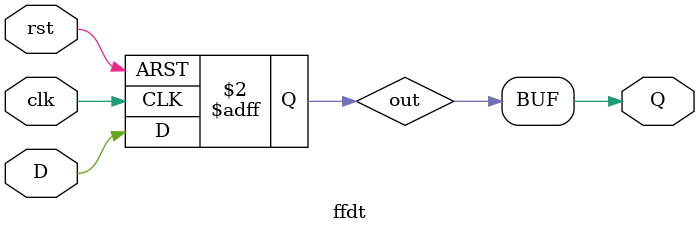
<source format=sv>
module ffdt(input clk, input rst, input D,
				output Q);
				
logic out;
// va a reaccionar a un flanco positivo
// un reset asincronico, investigar bien diferencia

always_ff @(posedge clk, posedge rst) begin
// siempre reset a un sistema secuencial porque no sabemos que habia antes
	if (rst) out <= 1'b0;
					//<= asignacion no bloqueante, deberian usarse para logica combinacional
					//= asignacion bloqueante
	else out <= D;

end
	
assign Q = out;

endmodule
</source>
